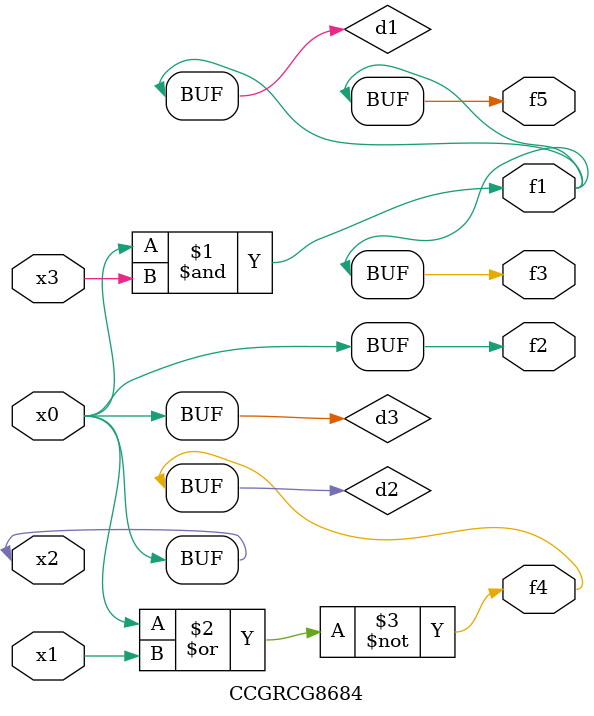
<source format=v>
module CCGRCG8684(
	input x0, x1, x2, x3,
	output f1, f2, f3, f4, f5
);

	wire d1, d2, d3;

	and (d1, x2, x3);
	nor (d2, x0, x1);
	buf (d3, x0, x2);
	assign f1 = d1;
	assign f2 = d3;
	assign f3 = d1;
	assign f4 = d2;
	assign f5 = d1;
endmodule

</source>
